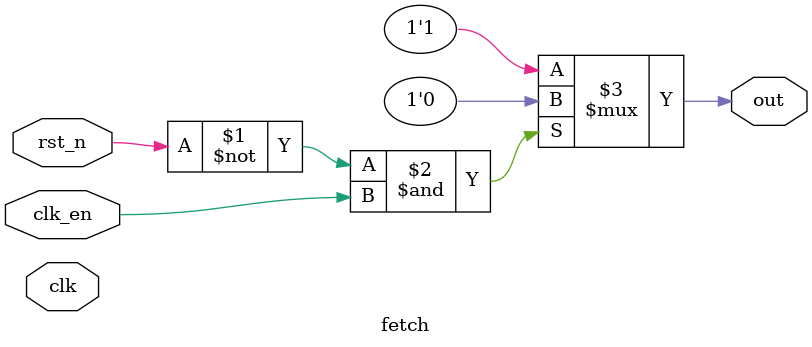
<source format=v>
module fetch (
  input clk,    // Clock
  input clk_en, // Clock Enable
  input rst_n,  // Asynchronous reset active low
  output out
);

assign out = ~rst_n & clk_en ? 1'b0 : 1'b1;
endmodule
</source>
